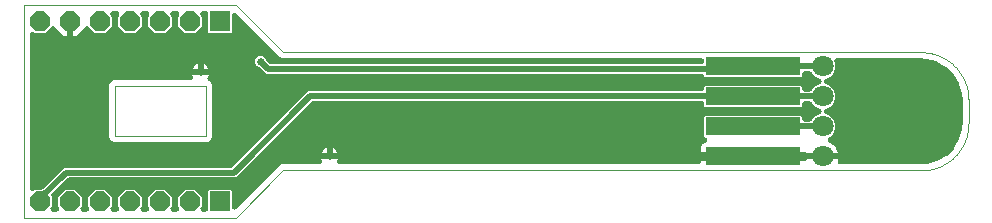
<source format=gtl>
G04 EAGLE Gerber RS-274X export*
G75*
%MOMM*%
%FSLAX34Y34*%
%LPD*%
%INTop Layer*%
%IPPOS*%
%AMOC8*
5,1,8,0,0,1.08239X$1,22.5*%
G01*
%ADD10C,0.000000*%
%ADD11R,8.000000X1.500000*%
%ADD12R,1.676400X1.676400*%
%ADD13P,1.814519X8X292.500000*%
%ADD14C,1.800000*%
%ADD15C,0.508000*%
%ADD16C,0.152400*%
%ADD17C,0.654800*%

G36*
X27908Y5092D02*
X27908Y5092D01*
X28038Y5094D01*
X28132Y5112D01*
X28227Y5121D01*
X28353Y5155D01*
X28480Y5180D01*
X28570Y5214D01*
X28662Y5239D01*
X28779Y5295D01*
X28900Y5342D01*
X28982Y5392D01*
X29068Y5433D01*
X29174Y5508D01*
X29285Y5576D01*
X29357Y5639D01*
X29434Y5695D01*
X29525Y5788D01*
X29622Y5874D01*
X29682Y5949D01*
X29748Y6017D01*
X29821Y6125D01*
X29902Y6227D01*
X29947Y6311D01*
X30000Y6390D01*
X30053Y6509D01*
X30115Y6624D01*
X30144Y6715D01*
X30183Y6802D01*
X30214Y6929D01*
X30254Y7052D01*
X30267Y7147D01*
X30289Y7240D01*
X30297Y7369D01*
X30315Y7498D01*
X30311Y7594D01*
X30317Y7689D01*
X30302Y7818D01*
X30297Y7948D01*
X30276Y8041D01*
X30265Y8136D01*
X30227Y8261D01*
X30199Y8388D01*
X30162Y8476D01*
X30135Y8567D01*
X30076Y8683D01*
X30026Y8803D01*
X29974Y8883D01*
X29930Y8969D01*
X29852Y9072D01*
X29781Y9181D01*
X29695Y9279D01*
X29658Y9327D01*
X29625Y9358D01*
X29574Y9416D01*
X29293Y9697D01*
X29293Y17903D01*
X35097Y23707D01*
X43303Y23707D01*
X49107Y17903D01*
X49107Y9697D01*
X48826Y9416D01*
X48742Y9316D01*
X48652Y9223D01*
X48598Y9143D01*
X48537Y9070D01*
X48472Y8957D01*
X48400Y8850D01*
X48361Y8762D01*
X48313Y8679D01*
X48270Y8557D01*
X48217Y8438D01*
X48195Y8345D01*
X48163Y8255D01*
X48141Y8127D01*
X48111Y8000D01*
X48105Y7905D01*
X48089Y7811D01*
X48091Y7681D01*
X48083Y7551D01*
X48094Y7456D01*
X48095Y7361D01*
X48120Y7233D01*
X48135Y7104D01*
X48163Y7012D01*
X48181Y6918D01*
X48228Y6797D01*
X48265Y6673D01*
X48309Y6587D01*
X48343Y6498D01*
X48411Y6387D01*
X48470Y6271D01*
X48527Y6195D01*
X48577Y6114D01*
X48663Y6016D01*
X48742Y5913D01*
X48812Y5848D01*
X48875Y5776D01*
X48977Y5696D01*
X49073Y5607D01*
X49153Y5556D01*
X49228Y5497D01*
X49343Y5435D01*
X49453Y5366D01*
X49541Y5329D01*
X49625Y5284D01*
X49749Y5244D01*
X49869Y5195D01*
X49963Y5175D01*
X50053Y5145D01*
X50182Y5127D01*
X50309Y5100D01*
X50439Y5092D01*
X50499Y5084D01*
X50544Y5085D01*
X50621Y5081D01*
X53179Y5081D01*
X53308Y5092D01*
X53438Y5094D01*
X53532Y5112D01*
X53627Y5121D01*
X53753Y5155D01*
X53880Y5180D01*
X53970Y5214D01*
X54062Y5239D01*
X54179Y5295D01*
X54300Y5342D01*
X54382Y5392D01*
X54468Y5433D01*
X54574Y5508D01*
X54685Y5576D01*
X54757Y5639D01*
X54834Y5695D01*
X54925Y5788D01*
X55022Y5874D01*
X55082Y5949D01*
X55148Y6017D01*
X55221Y6125D01*
X55302Y6227D01*
X55347Y6311D01*
X55400Y6390D01*
X55453Y6509D01*
X55515Y6624D01*
X55544Y6715D01*
X55583Y6802D01*
X55614Y6929D01*
X55654Y7052D01*
X55667Y7147D01*
X55689Y7240D01*
X55697Y7369D01*
X55715Y7498D01*
X55711Y7594D01*
X55717Y7689D01*
X55702Y7818D01*
X55697Y7948D01*
X55676Y8041D01*
X55665Y8136D01*
X55627Y8261D01*
X55599Y8388D01*
X55562Y8476D01*
X55535Y8567D01*
X55476Y8683D01*
X55426Y8803D01*
X55374Y8883D01*
X55330Y8969D01*
X55252Y9072D01*
X55181Y9181D01*
X55095Y9279D01*
X55058Y9327D01*
X55025Y9358D01*
X54974Y9416D01*
X54693Y9697D01*
X54693Y17903D01*
X60497Y23707D01*
X68703Y23707D01*
X74507Y17903D01*
X74507Y9697D01*
X74226Y9416D01*
X74142Y9316D01*
X74052Y9223D01*
X73998Y9143D01*
X73937Y9070D01*
X73872Y8957D01*
X73800Y8850D01*
X73761Y8762D01*
X73713Y8679D01*
X73670Y8557D01*
X73617Y8438D01*
X73595Y8345D01*
X73563Y8255D01*
X73541Y8127D01*
X73511Y8000D01*
X73505Y7905D01*
X73489Y7811D01*
X73491Y7681D01*
X73483Y7551D01*
X73494Y7456D01*
X73495Y7361D01*
X73520Y7233D01*
X73535Y7104D01*
X73563Y7012D01*
X73581Y6918D01*
X73628Y6797D01*
X73665Y6673D01*
X73709Y6587D01*
X73743Y6498D01*
X73811Y6387D01*
X73870Y6271D01*
X73927Y6195D01*
X73977Y6114D01*
X74063Y6016D01*
X74142Y5913D01*
X74212Y5848D01*
X74275Y5776D01*
X74377Y5696D01*
X74473Y5607D01*
X74553Y5556D01*
X74628Y5497D01*
X74743Y5435D01*
X74853Y5366D01*
X74941Y5329D01*
X75025Y5284D01*
X75149Y5244D01*
X75269Y5195D01*
X75363Y5175D01*
X75453Y5145D01*
X75582Y5127D01*
X75709Y5100D01*
X75839Y5092D01*
X75899Y5084D01*
X75944Y5085D01*
X76021Y5081D01*
X78579Y5081D01*
X78708Y5092D01*
X78838Y5094D01*
X78932Y5112D01*
X79027Y5121D01*
X79153Y5155D01*
X79280Y5180D01*
X79370Y5214D01*
X79462Y5239D01*
X79579Y5295D01*
X79700Y5342D01*
X79782Y5392D01*
X79868Y5433D01*
X79974Y5508D01*
X80085Y5576D01*
X80157Y5639D01*
X80234Y5695D01*
X80325Y5788D01*
X80422Y5874D01*
X80482Y5949D01*
X80548Y6017D01*
X80621Y6125D01*
X80702Y6227D01*
X80747Y6311D01*
X80800Y6390D01*
X80853Y6509D01*
X80915Y6624D01*
X80944Y6715D01*
X80983Y6802D01*
X81014Y6929D01*
X81054Y7052D01*
X81067Y7147D01*
X81089Y7240D01*
X81097Y7369D01*
X81115Y7498D01*
X81111Y7594D01*
X81117Y7689D01*
X81102Y7818D01*
X81097Y7948D01*
X81076Y8041D01*
X81065Y8136D01*
X81027Y8261D01*
X80999Y8388D01*
X80962Y8476D01*
X80935Y8567D01*
X80876Y8683D01*
X80826Y8803D01*
X80774Y8883D01*
X80730Y8969D01*
X80652Y9072D01*
X80581Y9181D01*
X80495Y9279D01*
X80458Y9327D01*
X80425Y9358D01*
X80374Y9416D01*
X80093Y9697D01*
X80093Y17903D01*
X85897Y23707D01*
X94103Y23707D01*
X99907Y17903D01*
X99907Y9697D01*
X99626Y9416D01*
X99542Y9316D01*
X99452Y9223D01*
X99398Y9143D01*
X99337Y9070D01*
X99272Y8957D01*
X99200Y8850D01*
X99161Y8762D01*
X99113Y8679D01*
X99070Y8557D01*
X99017Y8438D01*
X98995Y8345D01*
X98963Y8255D01*
X98941Y8127D01*
X98911Y8000D01*
X98905Y7905D01*
X98889Y7811D01*
X98891Y7681D01*
X98883Y7551D01*
X98894Y7456D01*
X98895Y7361D01*
X98920Y7233D01*
X98935Y7104D01*
X98963Y7012D01*
X98981Y6918D01*
X99028Y6797D01*
X99065Y6673D01*
X99109Y6587D01*
X99143Y6498D01*
X99211Y6387D01*
X99270Y6271D01*
X99327Y6195D01*
X99377Y6114D01*
X99463Y6016D01*
X99542Y5913D01*
X99612Y5848D01*
X99675Y5776D01*
X99777Y5696D01*
X99873Y5607D01*
X99953Y5556D01*
X100028Y5497D01*
X100143Y5435D01*
X100253Y5366D01*
X100341Y5329D01*
X100425Y5284D01*
X100549Y5244D01*
X100669Y5195D01*
X100763Y5175D01*
X100853Y5145D01*
X100982Y5127D01*
X101109Y5100D01*
X101239Y5092D01*
X101299Y5084D01*
X101344Y5085D01*
X101421Y5081D01*
X103979Y5081D01*
X104108Y5092D01*
X104238Y5094D01*
X104332Y5112D01*
X104427Y5121D01*
X104553Y5155D01*
X104680Y5180D01*
X104770Y5214D01*
X104862Y5239D01*
X104979Y5295D01*
X105100Y5342D01*
X105182Y5392D01*
X105268Y5433D01*
X105374Y5508D01*
X105485Y5576D01*
X105557Y5639D01*
X105634Y5695D01*
X105725Y5788D01*
X105822Y5874D01*
X105882Y5949D01*
X105948Y6017D01*
X106021Y6125D01*
X106102Y6227D01*
X106147Y6311D01*
X106200Y6390D01*
X106253Y6509D01*
X106315Y6624D01*
X106344Y6715D01*
X106383Y6802D01*
X106414Y6929D01*
X106454Y7052D01*
X106467Y7147D01*
X106489Y7240D01*
X106497Y7369D01*
X106515Y7498D01*
X106511Y7594D01*
X106517Y7689D01*
X106502Y7818D01*
X106497Y7948D01*
X106476Y8041D01*
X106465Y8136D01*
X106427Y8261D01*
X106399Y8388D01*
X106362Y8476D01*
X106335Y8567D01*
X106276Y8683D01*
X106226Y8803D01*
X106174Y8883D01*
X106130Y8969D01*
X106052Y9072D01*
X105981Y9181D01*
X105895Y9279D01*
X105858Y9327D01*
X105825Y9358D01*
X105774Y9416D01*
X105493Y9697D01*
X105493Y17903D01*
X111297Y23707D01*
X119503Y23707D01*
X125307Y17903D01*
X125307Y9697D01*
X125026Y9416D01*
X124942Y9316D01*
X124852Y9223D01*
X124798Y9143D01*
X124737Y9070D01*
X124672Y8957D01*
X124600Y8850D01*
X124561Y8762D01*
X124513Y8679D01*
X124470Y8557D01*
X124417Y8438D01*
X124395Y8345D01*
X124363Y8255D01*
X124341Y8127D01*
X124311Y8000D01*
X124305Y7905D01*
X124289Y7811D01*
X124291Y7681D01*
X124283Y7551D01*
X124294Y7456D01*
X124295Y7361D01*
X124320Y7233D01*
X124335Y7104D01*
X124363Y7012D01*
X124381Y6918D01*
X124428Y6797D01*
X124465Y6673D01*
X124509Y6587D01*
X124543Y6498D01*
X124611Y6387D01*
X124670Y6271D01*
X124727Y6195D01*
X124777Y6114D01*
X124863Y6016D01*
X124942Y5913D01*
X125012Y5848D01*
X125075Y5776D01*
X125177Y5696D01*
X125273Y5607D01*
X125353Y5556D01*
X125428Y5497D01*
X125543Y5435D01*
X125653Y5366D01*
X125741Y5329D01*
X125825Y5284D01*
X125949Y5244D01*
X126069Y5195D01*
X126163Y5175D01*
X126253Y5145D01*
X126382Y5127D01*
X126509Y5100D01*
X126639Y5092D01*
X126699Y5084D01*
X126744Y5085D01*
X126821Y5081D01*
X129379Y5081D01*
X129508Y5092D01*
X129638Y5094D01*
X129732Y5112D01*
X129827Y5121D01*
X129953Y5155D01*
X130080Y5180D01*
X130170Y5214D01*
X130262Y5239D01*
X130379Y5295D01*
X130500Y5342D01*
X130582Y5392D01*
X130668Y5433D01*
X130774Y5508D01*
X130885Y5576D01*
X130957Y5639D01*
X131034Y5695D01*
X131125Y5788D01*
X131222Y5874D01*
X131282Y5949D01*
X131348Y6017D01*
X131421Y6125D01*
X131502Y6227D01*
X131547Y6311D01*
X131600Y6390D01*
X131653Y6509D01*
X131715Y6624D01*
X131744Y6715D01*
X131783Y6802D01*
X131814Y6929D01*
X131854Y7052D01*
X131867Y7147D01*
X131889Y7240D01*
X131897Y7369D01*
X131915Y7498D01*
X131911Y7594D01*
X131917Y7689D01*
X131902Y7818D01*
X131897Y7948D01*
X131876Y8041D01*
X131865Y8136D01*
X131827Y8261D01*
X131799Y8388D01*
X131762Y8476D01*
X131735Y8567D01*
X131676Y8683D01*
X131626Y8803D01*
X131574Y8883D01*
X131530Y8969D01*
X131452Y9072D01*
X131381Y9181D01*
X131295Y9279D01*
X131258Y9327D01*
X131225Y9358D01*
X131174Y9416D01*
X130893Y9697D01*
X130893Y17903D01*
X136697Y23707D01*
X144903Y23707D01*
X150707Y17903D01*
X150707Y9697D01*
X150426Y9416D01*
X150342Y9316D01*
X150252Y9223D01*
X150198Y9143D01*
X150137Y9070D01*
X150072Y8957D01*
X150000Y8850D01*
X149961Y8762D01*
X149913Y8679D01*
X149870Y8557D01*
X149817Y8438D01*
X149795Y8345D01*
X149763Y8255D01*
X149741Y8127D01*
X149711Y8000D01*
X149705Y7905D01*
X149689Y7811D01*
X149691Y7681D01*
X149683Y7551D01*
X149694Y7456D01*
X149695Y7361D01*
X149720Y7233D01*
X149735Y7104D01*
X149763Y7012D01*
X149781Y6918D01*
X149828Y6797D01*
X149865Y6673D01*
X149909Y6587D01*
X149943Y6498D01*
X150011Y6387D01*
X150070Y6271D01*
X150127Y6195D01*
X150177Y6114D01*
X150263Y6016D01*
X150342Y5913D01*
X150412Y5848D01*
X150475Y5776D01*
X150577Y5696D01*
X150673Y5607D01*
X150753Y5556D01*
X150828Y5497D01*
X150943Y5435D01*
X151053Y5366D01*
X151141Y5329D01*
X151225Y5284D01*
X151349Y5244D01*
X151469Y5195D01*
X151563Y5175D01*
X151653Y5145D01*
X151782Y5127D01*
X151909Y5100D01*
X152039Y5092D01*
X152099Y5084D01*
X152144Y5085D01*
X152221Y5081D01*
X153754Y5081D01*
X153789Y5084D01*
X153823Y5082D01*
X154012Y5104D01*
X154203Y5121D01*
X154236Y5130D01*
X154270Y5134D01*
X154453Y5189D01*
X154637Y5239D01*
X154668Y5254D01*
X154701Y5264D01*
X154872Y5351D01*
X155044Y5433D01*
X155072Y5453D01*
X155103Y5468D01*
X155255Y5584D01*
X155410Y5695D01*
X155434Y5720D01*
X155461Y5740D01*
X155590Y5880D01*
X155724Y6017D01*
X155743Y6046D01*
X155767Y6072D01*
X155869Y6233D01*
X155976Y6390D01*
X155990Y6422D01*
X156008Y6451D01*
X156081Y6628D01*
X156158Y6802D01*
X156166Y6836D01*
X156179Y6868D01*
X156219Y7055D01*
X156265Y7240D01*
X156267Y7274D01*
X156274Y7308D01*
X156293Y7620D01*
X156293Y22814D01*
X157186Y23707D01*
X175214Y23707D01*
X176107Y22814D01*
X176107Y9422D01*
X176118Y9293D01*
X176120Y9163D01*
X176138Y9069D01*
X176147Y8974D01*
X176181Y8848D01*
X176206Y8721D01*
X176240Y8631D01*
X176265Y8539D01*
X176321Y8422D01*
X176368Y8301D01*
X176418Y8219D01*
X176459Y8133D01*
X176534Y8027D01*
X176602Y7916D01*
X176665Y7844D01*
X176721Y7767D01*
X176814Y7676D01*
X176900Y7579D01*
X176975Y7519D01*
X177043Y7453D01*
X177151Y7380D01*
X177253Y7299D01*
X177337Y7254D01*
X177416Y7201D01*
X177535Y7148D01*
X177650Y7087D01*
X177741Y7057D01*
X177828Y7018D01*
X177955Y6987D01*
X178078Y6947D01*
X178173Y6934D01*
X178266Y6912D01*
X178395Y6904D01*
X178524Y6886D01*
X178620Y6890D01*
X178715Y6884D01*
X178844Y6899D01*
X178974Y6904D01*
X179067Y6925D01*
X179162Y6936D01*
X179287Y6974D01*
X179414Y7002D01*
X179502Y7039D01*
X179593Y7066D01*
X179709Y7125D01*
X179829Y7175D01*
X179910Y7227D01*
X179995Y7271D01*
X180098Y7349D01*
X180207Y7420D01*
X180305Y7506D01*
X180353Y7543D01*
X180384Y7576D01*
X180442Y7627D01*
X217122Y44307D01*
X218989Y45081D01*
X250231Y45081D01*
X250314Y45088D01*
X250396Y45086D01*
X250537Y45108D01*
X250680Y45121D01*
X250760Y45142D01*
X250841Y45155D01*
X250976Y45201D01*
X251114Y45239D01*
X251189Y45275D01*
X251267Y45301D01*
X251392Y45371D01*
X251521Y45433D01*
X251588Y45480D01*
X251660Y45521D01*
X251771Y45611D01*
X251887Y45695D01*
X251945Y45754D01*
X252008Y45806D01*
X252101Y45915D01*
X252201Y46017D01*
X252247Y46086D01*
X252301Y46148D01*
X252373Y46272D01*
X252453Y46390D01*
X252486Y46466D01*
X252528Y46537D01*
X252577Y46671D01*
X252635Y46802D01*
X252655Y46882D01*
X252683Y46960D01*
X252708Y47101D01*
X252742Y47240D01*
X252747Y47322D01*
X252761Y47403D01*
X252761Y47546D01*
X252770Y47689D01*
X252760Y47771D01*
X252760Y47853D01*
X252734Y47994D01*
X252718Y48136D01*
X252694Y48215D01*
X252679Y48296D01*
X252599Y48529D01*
X252587Y48567D01*
X252582Y48577D01*
X252577Y48592D01*
X252188Y49531D01*
X259080Y49531D01*
X265972Y49531D01*
X265583Y48592D01*
X265558Y48513D01*
X265525Y48438D01*
X265491Y48299D01*
X265448Y48162D01*
X265437Y48080D01*
X265418Y48000D01*
X265409Y47858D01*
X265391Y47715D01*
X265395Y47633D01*
X265390Y47551D01*
X265407Y47409D01*
X265414Y47266D01*
X265433Y47186D01*
X265442Y47104D01*
X265484Y46967D01*
X265516Y46827D01*
X265549Y46752D01*
X265573Y46673D01*
X265638Y46545D01*
X265694Y46414D01*
X265740Y46345D01*
X265777Y46271D01*
X265863Y46157D01*
X265942Y46038D01*
X265999Y45978D01*
X266049Y45913D01*
X266154Y45816D01*
X266253Y45712D01*
X266319Y45663D01*
X266380Y45607D01*
X266501Y45530D01*
X266616Y45446D01*
X266690Y45410D01*
X266760Y45366D01*
X266893Y45311D01*
X267021Y45248D01*
X267100Y45226D01*
X267176Y45195D01*
X267316Y45165D01*
X267454Y45125D01*
X267536Y45117D01*
X267617Y45100D01*
X267863Y45085D01*
X267902Y45081D01*
X267913Y45082D01*
X267929Y45081D01*
X571196Y45081D01*
X571231Y45084D01*
X571265Y45082D01*
X571454Y45104D01*
X571645Y45121D01*
X571678Y45130D01*
X571712Y45134D01*
X571895Y45189D01*
X572079Y45239D01*
X572110Y45254D01*
X572143Y45264D01*
X572314Y45351D01*
X572486Y45433D01*
X572514Y45453D01*
X572545Y45468D01*
X572697Y45584D01*
X572852Y45695D01*
X572876Y45720D01*
X572903Y45740D01*
X573032Y45880D01*
X573166Y46017D01*
X573185Y46046D01*
X573209Y46072D01*
X573311Y46233D01*
X573418Y46390D01*
X573432Y46422D01*
X573450Y46451D01*
X573523Y46628D01*
X573600Y46802D01*
X573608Y46836D01*
X573621Y46868D01*
X573661Y47055D01*
X573707Y47240D01*
X573709Y47274D01*
X573716Y47308D01*
X573735Y47620D01*
X573735Y48151D01*
X616590Y48151D01*
X616624Y48154D01*
X616659Y48152D01*
X616848Y48174D01*
X617038Y48191D01*
X617072Y48200D01*
X617106Y48204D01*
X617289Y48259D01*
X617473Y48309D01*
X617504Y48324D01*
X617537Y48334D01*
X617708Y48421D01*
X617794Y48462D01*
X617812Y48454D01*
X617842Y48436D01*
X618018Y48363D01*
X618192Y48286D01*
X618226Y48278D01*
X618258Y48265D01*
X618445Y48224D01*
X618630Y48179D01*
X618664Y48177D01*
X618698Y48170D01*
X619010Y48151D01*
X660996Y48151D01*
X661031Y48154D01*
X661065Y48152D01*
X661254Y48174D01*
X661445Y48191D01*
X661478Y48200D01*
X661512Y48204D01*
X661695Y48259D01*
X661879Y48309D01*
X661910Y48324D01*
X661943Y48334D01*
X662114Y48421D01*
X662286Y48503D01*
X662314Y48523D01*
X662345Y48538D01*
X662496Y48654D01*
X662652Y48765D01*
X662676Y48790D01*
X662703Y48810D01*
X662832Y48950D01*
X662966Y49087D01*
X662985Y49116D01*
X663009Y49142D01*
X663084Y49261D01*
X676600Y49261D01*
X689425Y49261D01*
X689343Y48741D01*
X689234Y48405D01*
X689187Y48201D01*
X689138Y48000D01*
X689137Y47983D01*
X689133Y47966D01*
X689123Y47758D01*
X689111Y47551D01*
X689113Y47534D01*
X689112Y47516D01*
X689138Y47311D01*
X689163Y47104D01*
X689168Y47087D01*
X689170Y47070D01*
X689232Y46873D01*
X689293Y46673D01*
X689301Y46657D01*
X689306Y46640D01*
X689403Y46456D01*
X689497Y46271D01*
X689508Y46258D01*
X689516Y46242D01*
X689644Y46078D01*
X689769Y45913D01*
X689782Y45901D01*
X689793Y45887D01*
X689947Y45748D01*
X690100Y45607D01*
X690115Y45598D01*
X690128Y45586D01*
X690305Y45477D01*
X690480Y45366D01*
X690496Y45359D01*
X690511Y45350D01*
X690705Y45273D01*
X690897Y45195D01*
X690914Y45191D01*
X690930Y45185D01*
X691133Y45144D01*
X691337Y45100D01*
X691358Y45099D01*
X691372Y45096D01*
X691418Y45095D01*
X691649Y45081D01*
X760000Y45081D01*
X760056Y45086D01*
X760166Y45086D01*
X764393Y45363D01*
X764484Y45378D01*
X764577Y45382D01*
X764783Y45424D01*
X764837Y45432D01*
X764856Y45439D01*
X764884Y45444D01*
X773048Y47632D01*
X773214Y47692D01*
X773381Y47746D01*
X773436Y47774D01*
X773471Y47787D01*
X773526Y47818D01*
X773661Y47886D01*
X780981Y52112D01*
X781125Y52213D01*
X781273Y52309D01*
X781319Y52349D01*
X781350Y52371D01*
X781394Y52416D01*
X781507Y52516D01*
X787484Y58493D01*
X787597Y58628D01*
X787715Y58758D01*
X787749Y58809D01*
X787773Y58838D01*
X787805Y58893D01*
X787888Y59019D01*
X792114Y66339D01*
X792188Y66498D01*
X792269Y66655D01*
X792288Y66714D01*
X792304Y66747D01*
X792320Y66808D01*
X792368Y66951D01*
X794556Y75116D01*
X794572Y75208D01*
X794597Y75297D01*
X794624Y75507D01*
X794633Y75560D01*
X794633Y75579D01*
X794637Y75607D01*
X794914Y79834D01*
X794913Y79890D01*
X794919Y80000D01*
X794919Y100000D01*
X794914Y100056D01*
X794914Y100166D01*
X794637Y104393D01*
X794622Y104484D01*
X794618Y104577D01*
X794576Y104783D01*
X794568Y104837D01*
X794561Y104856D01*
X794556Y104884D01*
X792368Y113048D01*
X792308Y113214D01*
X792254Y113381D01*
X792226Y113436D01*
X792213Y113471D01*
X792182Y113526D01*
X792114Y113661D01*
X787888Y120981D01*
X787787Y121125D01*
X787691Y121273D01*
X787651Y121319D01*
X787629Y121350D01*
X787584Y121394D01*
X787484Y121507D01*
X781507Y127484D01*
X781372Y127597D01*
X781242Y127715D01*
X781191Y127749D01*
X781162Y127773D01*
X781107Y127805D01*
X780981Y127888D01*
X773661Y132114D01*
X773502Y132188D01*
X773345Y132269D01*
X773286Y132288D01*
X773253Y132304D01*
X773192Y132320D01*
X773048Y132368D01*
X764884Y134556D01*
X764792Y134572D01*
X764702Y134597D01*
X764493Y134624D01*
X764440Y134633D01*
X764421Y134633D01*
X764393Y134637D01*
X760166Y134914D01*
X760110Y134913D01*
X760000Y134919D01*
X688926Y134919D01*
X688844Y134912D01*
X688762Y134914D01*
X688621Y134892D01*
X688478Y134879D01*
X688398Y134858D01*
X688317Y134845D01*
X688181Y134799D01*
X688043Y134761D01*
X687969Y134726D01*
X687891Y134699D01*
X687766Y134629D01*
X687637Y134567D01*
X687570Y134520D01*
X687498Y134479D01*
X687387Y134389D01*
X687270Y134305D01*
X687213Y134246D01*
X687149Y134194D01*
X687056Y134085D01*
X686956Y133983D01*
X686910Y133914D01*
X686857Y133852D01*
X686785Y133728D01*
X686704Y133610D01*
X686671Y133534D01*
X686629Y133463D01*
X686580Y133329D01*
X686522Y133198D01*
X686503Y133118D01*
X686474Y133040D01*
X686449Y132899D01*
X686415Y132760D01*
X686410Y132678D01*
X686396Y132597D01*
X686397Y132454D01*
X686388Y132311D01*
X686397Y132229D01*
X686398Y132147D01*
X686423Y132006D01*
X686440Y131864D01*
X686464Y131785D01*
X686479Y131704D01*
X686559Y131471D01*
X686570Y131433D01*
X686575Y131423D01*
X686580Y131408D01*
X687125Y130094D01*
X687125Y125906D01*
X685522Y122038D01*
X682562Y119078D01*
X679106Y117646D01*
X678990Y117586D01*
X678871Y117534D01*
X678791Y117482D01*
X678707Y117437D01*
X678604Y117358D01*
X678495Y117286D01*
X678426Y117220D01*
X678351Y117162D01*
X678263Y117065D01*
X678169Y116976D01*
X678113Y116898D01*
X678049Y116827D01*
X677980Y116717D01*
X677903Y116612D01*
X677861Y116526D01*
X677811Y116445D01*
X677763Y116324D01*
X677706Y116208D01*
X677680Y116116D01*
X677644Y116027D01*
X677618Y115899D01*
X677583Y115774D01*
X677573Y115679D01*
X677554Y115586D01*
X677551Y115456D01*
X677538Y115326D01*
X677546Y115231D01*
X677543Y115136D01*
X677563Y115007D01*
X677573Y114877D01*
X677598Y114785D01*
X677612Y114691D01*
X677655Y114567D01*
X677687Y114442D01*
X677728Y114355D01*
X677759Y114265D01*
X677822Y114151D01*
X677877Y114033D01*
X677931Y113955D01*
X677978Y113872D01*
X678060Y113771D01*
X678135Y113664D01*
X678203Y113597D01*
X678263Y113523D01*
X678362Y113439D01*
X678454Y113347D01*
X678533Y113293D01*
X678606Y113231D01*
X678718Y113165D01*
X678825Y113091D01*
X678942Y113034D01*
X678994Y113003D01*
X679036Y112988D01*
X679106Y112954D01*
X682562Y111522D01*
X685522Y108562D01*
X687125Y104694D01*
X687125Y100506D01*
X685522Y96638D01*
X682562Y93678D01*
X679106Y92246D01*
X678990Y92186D01*
X678871Y92134D01*
X678791Y92082D01*
X678706Y92037D01*
X678604Y91958D01*
X678495Y91886D01*
X678426Y91820D01*
X678351Y91762D01*
X678263Y91665D01*
X678169Y91575D01*
X678113Y91498D01*
X678049Y91427D01*
X677980Y91317D01*
X677903Y91212D01*
X677861Y91126D01*
X677811Y91045D01*
X677763Y90924D01*
X677706Y90808D01*
X677680Y90716D01*
X677644Y90627D01*
X677618Y90499D01*
X677583Y90374D01*
X677573Y90279D01*
X677554Y90186D01*
X677551Y90056D01*
X677538Y89926D01*
X677546Y89831D01*
X677543Y89736D01*
X677563Y89607D01*
X677573Y89477D01*
X677598Y89385D01*
X677612Y89291D01*
X677655Y89168D01*
X677687Y89042D01*
X677728Y88955D01*
X677759Y88865D01*
X677822Y88751D01*
X677877Y88633D01*
X677931Y88555D01*
X677978Y88472D01*
X678060Y88371D01*
X678135Y88264D01*
X678203Y88197D01*
X678263Y88123D01*
X678362Y88039D01*
X678454Y87947D01*
X678533Y87893D01*
X678606Y87831D01*
X678718Y87765D01*
X678825Y87691D01*
X678942Y87634D01*
X678994Y87603D01*
X679036Y87588D01*
X679106Y87554D01*
X682562Y86122D01*
X685522Y83162D01*
X687125Y79294D01*
X687125Y75106D01*
X685522Y71238D01*
X682562Y68278D01*
X682398Y68210D01*
X682371Y68196D01*
X682342Y68186D01*
X682172Y68092D01*
X681999Y68001D01*
X681974Y67982D01*
X681948Y67968D01*
X681797Y67845D01*
X681643Y67725D01*
X681622Y67703D01*
X681599Y67684D01*
X681471Y67536D01*
X681341Y67391D01*
X681325Y67365D01*
X681305Y67342D01*
X681206Y67174D01*
X681103Y67009D01*
X681092Y66981D01*
X681076Y66954D01*
X681008Y66771D01*
X680936Y66591D01*
X680930Y66561D01*
X680920Y66532D01*
X680885Y66341D01*
X680846Y66149D01*
X680845Y66119D01*
X680840Y66089D01*
X680840Y65895D01*
X680835Y65699D01*
X680840Y65669D01*
X680840Y65639D01*
X680874Y65447D01*
X680904Y65254D01*
X680914Y65226D01*
X680920Y65196D01*
X680987Y65013D01*
X681051Y64828D01*
X681065Y64802D01*
X681076Y64773D01*
X681175Y64605D01*
X681270Y64435D01*
X681289Y64412D01*
X681305Y64386D01*
X681432Y64237D01*
X681555Y64087D01*
X681578Y64067D01*
X681598Y64044D01*
X681750Y63921D01*
X681898Y63794D01*
X681924Y63779D01*
X681947Y63760D01*
X682217Y63601D01*
X683448Y62974D01*
X685111Y61765D01*
X686565Y60311D01*
X687774Y58648D01*
X688708Y56815D01*
X689343Y54859D01*
X689425Y54339D01*
X676600Y54339D01*
X663222Y54339D01*
X663170Y54443D01*
X663165Y54451D01*
X663161Y54459D01*
X663030Y54631D01*
X662900Y54804D01*
X662894Y54810D01*
X662889Y54817D01*
X662728Y54966D01*
X662571Y55112D01*
X662564Y55116D01*
X662557Y55123D01*
X662373Y55240D01*
X662193Y55356D01*
X662185Y55360D01*
X662178Y55364D01*
X661978Y55446D01*
X661778Y55530D01*
X661769Y55532D01*
X661761Y55535D01*
X661550Y55581D01*
X661339Y55628D01*
X661330Y55628D01*
X661321Y55630D01*
X661009Y55649D01*
X619010Y55649D01*
X618976Y55646D01*
X618941Y55648D01*
X618752Y55626D01*
X618562Y55609D01*
X618528Y55600D01*
X618494Y55596D01*
X618311Y55541D01*
X618127Y55491D01*
X618096Y55476D01*
X618063Y55466D01*
X617892Y55379D01*
X617806Y55338D01*
X617788Y55346D01*
X617758Y55364D01*
X617582Y55437D01*
X617408Y55514D01*
X617374Y55522D01*
X617342Y55535D01*
X617155Y55575D01*
X616970Y55621D01*
X616936Y55623D01*
X616902Y55630D01*
X616590Y55649D01*
X573735Y55649D01*
X573735Y59800D01*
X573891Y60586D01*
X574198Y61325D01*
X574643Y61991D01*
X575209Y62557D01*
X575875Y63002D01*
X576657Y63326D01*
X576662Y63328D01*
X576766Y63348D01*
X576877Y63391D01*
X576992Y63424D01*
X577087Y63472D01*
X577186Y63510D01*
X577288Y63572D01*
X577395Y63625D01*
X577480Y63689D01*
X577571Y63744D01*
X577660Y63823D01*
X577756Y63894D01*
X577829Y63972D01*
X577908Y64042D01*
X577982Y64135D01*
X578064Y64223D01*
X578122Y64312D01*
X578188Y64395D01*
X578244Y64500D01*
X578309Y64600D01*
X578350Y64698D01*
X578400Y64792D01*
X578437Y64905D01*
X578483Y65015D01*
X578507Y65119D01*
X578539Y65220D01*
X578556Y65338D01*
X578582Y65455D01*
X578586Y65561D01*
X578601Y65666D01*
X578596Y65786D01*
X578601Y65905D01*
X578587Y66010D01*
X578582Y66116D01*
X578557Y66233D01*
X578541Y66351D01*
X578508Y66452D01*
X578485Y66556D01*
X578439Y66666D01*
X578402Y66779D01*
X578352Y66873D01*
X578311Y66971D01*
X578246Y67072D01*
X578191Y67177D01*
X578125Y67260D01*
X578067Y67350D01*
X577950Y67482D01*
X577912Y67530D01*
X577890Y67549D01*
X577860Y67584D01*
X576275Y69168D01*
X576275Y85432D01*
X577168Y86325D01*
X658432Y86325D01*
X659325Y85432D01*
X659325Y83829D01*
X659328Y83797D01*
X659326Y83764D01*
X659348Y83572D01*
X659365Y83381D01*
X659373Y83349D01*
X659377Y83317D01*
X659432Y83132D01*
X659483Y82946D01*
X659497Y82917D01*
X659506Y82886D01*
X659594Y82713D01*
X659677Y82540D01*
X659695Y82513D01*
X659710Y82484D01*
X659826Y82330D01*
X659939Y82173D01*
X659962Y82151D01*
X659982Y82125D01*
X660123Y81994D01*
X660261Y81859D01*
X660288Y81841D01*
X660312Y81819D01*
X660474Y81715D01*
X660634Y81607D01*
X660664Y81594D01*
X660692Y81577D01*
X660869Y81503D01*
X661046Y81425D01*
X661078Y81417D01*
X661108Y81405D01*
X661297Y81364D01*
X661484Y81318D01*
X661516Y81316D01*
X661548Y81310D01*
X661860Y81290D01*
X665199Y81284D01*
X665412Y81303D01*
X665626Y81320D01*
X665636Y81322D01*
X665647Y81323D01*
X665854Y81379D01*
X666061Y81434D01*
X666071Y81438D01*
X666082Y81441D01*
X666276Y81533D01*
X666470Y81623D01*
X666479Y81629D01*
X666489Y81634D01*
X666664Y81759D01*
X666839Y81881D01*
X666846Y81889D01*
X666855Y81895D01*
X667006Y82049D01*
X667156Y82200D01*
X667162Y82209D01*
X667170Y82217D01*
X667291Y82396D01*
X667412Y82571D01*
X667418Y82583D01*
X667423Y82590D01*
X667437Y82622D01*
X667549Y82852D01*
X667678Y83162D01*
X670638Y86122D01*
X674094Y87554D01*
X674210Y87614D01*
X674329Y87666D01*
X674409Y87718D01*
X674493Y87763D01*
X674596Y87842D01*
X674705Y87914D01*
X674774Y87980D01*
X674849Y88038D01*
X674937Y88135D01*
X675031Y88224D01*
X675087Y88302D01*
X675151Y88373D01*
X675220Y88483D01*
X675297Y88588D01*
X675339Y88674D01*
X675389Y88755D01*
X675437Y88876D01*
X675494Y88992D01*
X675520Y89084D01*
X675556Y89173D01*
X675582Y89301D01*
X675617Y89426D01*
X675627Y89521D01*
X675646Y89614D01*
X675649Y89744D01*
X675662Y89874D01*
X675654Y89969D01*
X675657Y90064D01*
X675637Y90193D01*
X675627Y90323D01*
X675602Y90415D01*
X675588Y90509D01*
X675545Y90633D01*
X675513Y90758D01*
X675472Y90845D01*
X675441Y90935D01*
X675378Y91049D01*
X675323Y91167D01*
X675269Y91245D01*
X675222Y91328D01*
X675140Y91429D01*
X675065Y91536D01*
X674997Y91603D01*
X674937Y91677D01*
X674838Y91761D01*
X674746Y91853D01*
X674667Y91907D01*
X674594Y91969D01*
X674482Y92035D01*
X674375Y92109D01*
X674258Y92166D01*
X674206Y92197D01*
X674164Y92212D01*
X674094Y92246D01*
X670638Y93678D01*
X667678Y96638D01*
X667533Y96987D01*
X667436Y97173D01*
X667341Y97360D01*
X667332Y97372D01*
X667325Y97386D01*
X667196Y97552D01*
X667070Y97720D01*
X667058Y97730D01*
X667049Y97742D01*
X666893Y97883D01*
X666739Y98025D01*
X666726Y98034D01*
X666715Y98044D01*
X666535Y98155D01*
X666360Y98268D01*
X666345Y98274D01*
X666332Y98282D01*
X666137Y98360D01*
X665943Y98439D01*
X665928Y98443D01*
X665914Y98448D01*
X665709Y98490D01*
X665503Y98535D01*
X665485Y98536D01*
X665473Y98539D01*
X665430Y98540D01*
X665191Y98555D01*
X661868Y98560D01*
X661832Y98557D01*
X661795Y98559D01*
X661608Y98538D01*
X661420Y98521D01*
X661384Y98512D01*
X661348Y98507D01*
X661167Y98453D01*
X660985Y98403D01*
X660952Y98388D01*
X660917Y98377D01*
X660749Y98291D01*
X660578Y98211D01*
X660548Y98189D01*
X660515Y98173D01*
X660365Y98059D01*
X660212Y97949D01*
X660186Y97923D01*
X660157Y97901D01*
X660029Y97762D01*
X659897Y97627D01*
X659876Y97597D01*
X659851Y97570D01*
X659750Y97410D01*
X659644Y97254D01*
X659629Y97221D01*
X659610Y97190D01*
X659538Y97015D01*
X659461Y96843D01*
X659453Y96807D01*
X659439Y96773D01*
X659399Y96588D01*
X659354Y96406D01*
X659352Y96369D01*
X659344Y96333D01*
X659325Y96021D01*
X659325Y94568D01*
X658432Y93675D01*
X577168Y93675D01*
X576275Y94568D01*
X576275Y96266D01*
X576272Y96301D01*
X576274Y96335D01*
X576252Y96524D01*
X576235Y96715D01*
X576226Y96748D01*
X576222Y96782D01*
X576167Y96965D01*
X576117Y97149D01*
X576102Y97180D01*
X576092Y97213D01*
X576005Y97384D01*
X575923Y97556D01*
X575903Y97584D01*
X575888Y97615D01*
X575772Y97767D01*
X575661Y97922D01*
X575636Y97946D01*
X575616Y97973D01*
X575476Y98102D01*
X575339Y98236D01*
X575310Y98255D01*
X575284Y98279D01*
X575123Y98381D01*
X574966Y98488D01*
X574934Y98502D01*
X574905Y98520D01*
X574728Y98593D01*
X574554Y98670D01*
X574520Y98678D01*
X574488Y98691D01*
X574301Y98731D01*
X574116Y98777D01*
X574082Y98779D01*
X574048Y98786D01*
X573736Y98805D01*
X245305Y98805D01*
X245142Y98791D01*
X244977Y98784D01*
X244918Y98771D01*
X244857Y98765D01*
X244698Y98722D01*
X244538Y98686D01*
X244481Y98663D01*
X244423Y98647D01*
X244274Y98576D01*
X244122Y98513D01*
X244071Y98480D01*
X244016Y98453D01*
X243882Y98358D01*
X243744Y98268D01*
X243686Y98217D01*
X243650Y98191D01*
X243607Y98148D01*
X243510Y98062D01*
X180102Y34654D01*
X178609Y34035D01*
X38295Y34035D01*
X38132Y34021D01*
X37967Y34014D01*
X37908Y34001D01*
X37847Y33995D01*
X37688Y33952D01*
X37528Y33916D01*
X37471Y33893D01*
X37413Y33877D01*
X37264Y33806D01*
X37112Y33743D01*
X37061Y33710D01*
X37006Y33683D01*
X36872Y33588D01*
X36734Y33498D01*
X36676Y33447D01*
X36640Y33421D01*
X36597Y33378D01*
X36500Y33292D01*
X24205Y20996D01*
X24183Y20970D01*
X24157Y20947D01*
X24038Y20798D01*
X23916Y20651D01*
X23899Y20621D01*
X23877Y20594D01*
X23787Y20426D01*
X23693Y20260D01*
X23681Y20227D01*
X23665Y20197D01*
X23606Y20015D01*
X23542Y19836D01*
X23536Y19802D01*
X23525Y19769D01*
X23499Y19580D01*
X23468Y19392D01*
X23469Y19357D01*
X23464Y19323D01*
X23472Y19132D01*
X23474Y18941D01*
X23481Y18907D01*
X23482Y18873D01*
X23524Y18687D01*
X23560Y18499D01*
X23572Y18467D01*
X23580Y18433D01*
X23653Y18257D01*
X23707Y18119D01*
X23707Y9697D01*
X23426Y9416D01*
X23342Y9316D01*
X23252Y9223D01*
X23198Y9143D01*
X23137Y9070D01*
X23072Y8957D01*
X23000Y8850D01*
X22961Y8762D01*
X22913Y8679D01*
X22870Y8557D01*
X22817Y8438D01*
X22795Y8345D01*
X22763Y8255D01*
X22741Y8127D01*
X22711Y8000D01*
X22705Y7905D01*
X22689Y7811D01*
X22691Y7681D01*
X22683Y7551D01*
X22694Y7456D01*
X22695Y7361D01*
X22720Y7233D01*
X22735Y7104D01*
X22763Y7012D01*
X22781Y6918D01*
X22828Y6797D01*
X22865Y6673D01*
X22909Y6587D01*
X22943Y6498D01*
X23011Y6387D01*
X23070Y6271D01*
X23127Y6195D01*
X23177Y6114D01*
X23263Y6016D01*
X23342Y5913D01*
X23412Y5848D01*
X23475Y5776D01*
X23577Y5696D01*
X23673Y5607D01*
X23753Y5556D01*
X23828Y5497D01*
X23943Y5435D01*
X24053Y5366D01*
X24141Y5329D01*
X24225Y5284D01*
X24349Y5244D01*
X24469Y5195D01*
X24563Y5175D01*
X24653Y5145D01*
X24782Y5127D01*
X24909Y5100D01*
X25039Y5092D01*
X25099Y5084D01*
X25144Y5085D01*
X25221Y5081D01*
X27779Y5081D01*
X27908Y5092D01*
G37*
G36*
X7818Y22698D02*
X7818Y22698D01*
X7948Y22703D01*
X8041Y22724D01*
X8136Y22735D01*
X8261Y22773D01*
X8388Y22801D01*
X8476Y22838D01*
X8567Y22865D01*
X8683Y22924D01*
X8803Y22974D01*
X8883Y23026D01*
X8969Y23070D01*
X9072Y23148D01*
X9181Y23219D01*
X9279Y23305D01*
X9327Y23342D01*
X9358Y23375D01*
X9416Y23426D01*
X9697Y23707D01*
X14367Y23707D01*
X14530Y23721D01*
X14695Y23728D01*
X14754Y23741D01*
X14815Y23747D01*
X14974Y23790D01*
X15134Y23826D01*
X15191Y23849D01*
X15249Y23865D01*
X15398Y23936D01*
X15550Y23999D01*
X15601Y24032D01*
X15656Y24059D01*
X15790Y24154D01*
X15928Y24244D01*
X15986Y24295D01*
X16022Y24321D01*
X16065Y24364D01*
X16162Y24450D01*
X33258Y41546D01*
X34751Y42165D01*
X175065Y42165D01*
X175228Y42179D01*
X175393Y42186D01*
X175452Y42199D01*
X175513Y42205D01*
X175672Y42248D01*
X175832Y42284D01*
X175889Y42307D01*
X175947Y42323D01*
X176096Y42394D01*
X176248Y42457D01*
X176299Y42490D01*
X176354Y42517D01*
X176488Y42612D01*
X176626Y42702D01*
X176684Y42753D01*
X176720Y42779D01*
X176763Y42822D01*
X176860Y42908D01*
X240268Y106316D01*
X241761Y106935D01*
X573736Y106935D01*
X573771Y106938D01*
X573805Y106936D01*
X573994Y106958D01*
X574185Y106975D01*
X574218Y106984D01*
X574252Y106988D01*
X574435Y107043D01*
X574619Y107093D01*
X574650Y107108D01*
X574683Y107118D01*
X574854Y107205D01*
X575026Y107287D01*
X575054Y107307D01*
X575085Y107322D01*
X575237Y107438D01*
X575392Y107549D01*
X575416Y107574D01*
X575443Y107594D01*
X575572Y107734D01*
X575706Y107871D01*
X575725Y107900D01*
X575749Y107926D01*
X575851Y108087D01*
X575958Y108244D01*
X575972Y108276D01*
X575990Y108305D01*
X576063Y108482D01*
X576140Y108656D01*
X576148Y108690D01*
X576161Y108722D01*
X576201Y108909D01*
X576247Y109094D01*
X576249Y109128D01*
X576256Y109162D01*
X576275Y109474D01*
X576275Y110832D01*
X577168Y111725D01*
X658432Y111725D01*
X659325Y110832D01*
X659325Y109229D01*
X659328Y109197D01*
X659326Y109164D01*
X659348Y108972D01*
X659365Y108781D01*
X659373Y108749D01*
X659377Y108717D01*
X659432Y108532D01*
X659483Y108346D01*
X659497Y108317D01*
X659506Y108286D01*
X659594Y108113D01*
X659677Y107940D01*
X659695Y107913D01*
X659710Y107884D01*
X659826Y107730D01*
X659939Y107573D01*
X659962Y107551D01*
X659982Y107525D01*
X660123Y107394D01*
X660261Y107259D01*
X660288Y107241D01*
X660312Y107219D01*
X660474Y107115D01*
X660634Y107007D01*
X660664Y106994D01*
X660692Y106977D01*
X660869Y106903D01*
X661046Y106825D01*
X661078Y106817D01*
X661108Y106805D01*
X661297Y106764D01*
X661484Y106718D01*
X661516Y106716D01*
X661548Y106710D01*
X661860Y106690D01*
X665199Y106684D01*
X665412Y106703D01*
X665626Y106720D01*
X665636Y106722D01*
X665647Y106723D01*
X665854Y106779D01*
X666061Y106834D01*
X666071Y106838D01*
X666082Y106841D01*
X666276Y106933D01*
X666470Y107023D01*
X666479Y107029D01*
X666489Y107034D01*
X666664Y107159D01*
X666839Y107281D01*
X666846Y107289D01*
X666855Y107295D01*
X667006Y107449D01*
X667156Y107600D01*
X667162Y107609D01*
X667170Y107617D01*
X667291Y107796D01*
X667412Y107971D01*
X667418Y107983D01*
X667423Y107990D01*
X667437Y108022D01*
X667549Y108252D01*
X667678Y108562D01*
X670638Y111522D01*
X674094Y112954D01*
X674210Y113014D01*
X674329Y113066D01*
X674409Y113118D01*
X674494Y113163D01*
X674596Y113242D01*
X674705Y113314D01*
X674774Y113380D01*
X674849Y113438D01*
X674937Y113535D01*
X675031Y113625D01*
X675087Y113702D01*
X675151Y113773D01*
X675220Y113883D01*
X675297Y113988D01*
X675339Y114074D01*
X675389Y114155D01*
X675437Y114276D01*
X675494Y114392D01*
X675520Y114484D01*
X675556Y114573D01*
X675582Y114701D01*
X675617Y114826D01*
X675627Y114921D01*
X675646Y115014D01*
X675649Y115144D01*
X675662Y115274D01*
X675654Y115369D01*
X675657Y115464D01*
X675637Y115593D01*
X675627Y115723D01*
X675602Y115815D01*
X675588Y115909D01*
X675545Y116032D01*
X675513Y116158D01*
X675472Y116245D01*
X675441Y116335D01*
X675378Y116449D01*
X675323Y116567D01*
X675269Y116645D01*
X675222Y116728D01*
X675140Y116829D01*
X675065Y116936D01*
X674997Y117003D01*
X674937Y117077D01*
X674838Y117161D01*
X674746Y117253D01*
X674667Y117307D01*
X674594Y117369D01*
X674482Y117435D01*
X674375Y117509D01*
X674258Y117566D01*
X674206Y117597D01*
X674164Y117612D01*
X674094Y117646D01*
X670638Y119078D01*
X667678Y122038D01*
X667541Y122368D01*
X667443Y122555D01*
X667347Y122745D01*
X667339Y122755D01*
X667333Y122767D01*
X667202Y122935D01*
X667075Y123103D01*
X667065Y123112D01*
X667057Y123123D01*
X666899Y123265D01*
X666744Y123409D01*
X666732Y123416D01*
X666723Y123424D01*
X666543Y123536D01*
X666364Y123650D01*
X666351Y123655D01*
X666340Y123662D01*
X666144Y123740D01*
X665947Y123821D01*
X665934Y123824D01*
X665922Y123829D01*
X665715Y123871D01*
X665507Y123916D01*
X665491Y123917D01*
X665481Y123919D01*
X665441Y123920D01*
X665195Y123935D01*
X661864Y123935D01*
X661829Y123932D01*
X661795Y123934D01*
X661606Y123912D01*
X661415Y123895D01*
X661382Y123886D01*
X661348Y123882D01*
X661165Y123827D01*
X660981Y123777D01*
X660950Y123762D01*
X660917Y123752D01*
X660746Y123665D01*
X660574Y123583D01*
X660546Y123563D01*
X660515Y123548D01*
X660363Y123432D01*
X660208Y123321D01*
X660184Y123296D01*
X660157Y123276D01*
X660028Y123136D01*
X659894Y122999D01*
X659875Y122970D01*
X659851Y122944D01*
X659749Y122783D01*
X659642Y122626D01*
X659628Y122594D01*
X659610Y122565D01*
X659537Y122388D01*
X659460Y122214D01*
X659452Y122180D01*
X659439Y122148D01*
X659398Y121961D01*
X659353Y121776D01*
X659351Y121742D01*
X659344Y121708D01*
X659325Y121396D01*
X659325Y119968D01*
X658432Y119075D01*
X577168Y119075D01*
X576011Y120233D01*
X576005Y120244D01*
X575923Y120416D01*
X575903Y120444D01*
X575888Y120475D01*
X575772Y120627D01*
X575661Y120782D01*
X575636Y120806D01*
X575616Y120833D01*
X575476Y120962D01*
X575339Y121096D01*
X575310Y121115D01*
X575284Y121139D01*
X575123Y121241D01*
X574966Y121348D01*
X574934Y121362D01*
X574905Y121380D01*
X574728Y121453D01*
X574554Y121530D01*
X574520Y121538D01*
X574488Y121551D01*
X574301Y121591D01*
X574116Y121637D01*
X574082Y121639D01*
X574048Y121646D01*
X573736Y121665D01*
X206201Y121665D01*
X204708Y122284D01*
X203207Y123785D01*
X200051Y126941D01*
X199961Y127016D01*
X199878Y127098D01*
X199789Y127160D01*
X199706Y127230D01*
X199604Y127288D01*
X199508Y127354D01*
X199370Y127422D01*
X199315Y127453D01*
X199280Y127465D01*
X199227Y127491D01*
X197922Y128032D01*
X196572Y129382D01*
X195841Y131145D01*
X195841Y133055D01*
X196572Y134818D01*
X197922Y136168D01*
X199685Y136899D01*
X201595Y136899D01*
X203358Y136168D01*
X204708Y134818D01*
X205249Y133513D01*
X205303Y133409D01*
X205348Y133301D01*
X205407Y133210D01*
X205457Y133114D01*
X205529Y133021D01*
X205592Y132923D01*
X205694Y132808D01*
X205733Y132758D01*
X205760Y132733D01*
X205799Y132689D01*
X207950Y130538D01*
X208076Y130433D01*
X208197Y130321D01*
X208248Y130289D01*
X208295Y130250D01*
X208438Y130168D01*
X208577Y130080D01*
X208633Y130056D01*
X208686Y130026D01*
X208841Y129971D01*
X208993Y129909D01*
X209053Y129896D01*
X209111Y129875D01*
X209273Y129849D01*
X209434Y129814D01*
X209511Y129809D01*
X209555Y129802D01*
X209616Y129803D01*
X209745Y129795D01*
X573736Y129795D01*
X573771Y129798D01*
X573805Y129796D01*
X573994Y129818D01*
X574185Y129835D01*
X574218Y129844D01*
X574252Y129848D01*
X574435Y129903D01*
X574619Y129953D01*
X574650Y129968D01*
X574683Y129978D01*
X574854Y130065D01*
X575026Y130147D01*
X575054Y130167D01*
X575085Y130182D01*
X575237Y130298D01*
X575392Y130409D01*
X575416Y130434D01*
X575443Y130454D01*
X575572Y130594D01*
X575706Y130731D01*
X575725Y130760D01*
X575749Y130786D01*
X575851Y130947D01*
X575958Y131104D01*
X575972Y131136D01*
X575990Y131165D01*
X576063Y131342D01*
X576140Y131516D01*
X576148Y131550D01*
X576161Y131582D01*
X576201Y131769D01*
X576247Y131954D01*
X576249Y131988D01*
X576256Y132022D01*
X576275Y132334D01*
X576275Y132380D01*
X576274Y132396D01*
X576274Y132403D01*
X576272Y132419D01*
X576274Y132449D01*
X576252Y132638D01*
X576235Y132829D01*
X576226Y132862D01*
X576222Y132896D01*
X576167Y133079D01*
X576117Y133263D01*
X576102Y133294D01*
X576092Y133327D01*
X576005Y133498D01*
X575923Y133670D01*
X575903Y133698D01*
X575888Y133729D01*
X575772Y133881D01*
X575661Y134036D01*
X575636Y134060D01*
X575616Y134087D01*
X575476Y134216D01*
X575339Y134350D01*
X575310Y134369D01*
X575284Y134393D01*
X575123Y134495D01*
X574966Y134602D01*
X574934Y134616D01*
X574905Y134634D01*
X574728Y134707D01*
X574554Y134784D01*
X574520Y134792D01*
X574488Y134805D01*
X574301Y134845D01*
X574116Y134891D01*
X574082Y134893D01*
X574048Y134900D01*
X573736Y134919D01*
X218989Y134919D01*
X217122Y135693D01*
X180442Y172373D01*
X180342Y172457D01*
X180249Y172547D01*
X180169Y172601D01*
X180096Y172662D01*
X179983Y172727D01*
X179876Y172799D01*
X179788Y172838D01*
X179705Y172886D01*
X179583Y172929D01*
X179464Y172982D01*
X179371Y173004D01*
X179281Y173036D01*
X179152Y173058D01*
X179026Y173088D01*
X178931Y173094D01*
X178837Y173110D01*
X178706Y173108D01*
X178577Y173116D01*
X178482Y173105D01*
X178386Y173104D01*
X178259Y173079D01*
X178130Y173064D01*
X178038Y173036D01*
X177944Y173018D01*
X177823Y172971D01*
X177699Y172934D01*
X177614Y172890D01*
X177524Y172856D01*
X177413Y172788D01*
X177297Y172729D01*
X177221Y172672D01*
X177140Y172622D01*
X177042Y172536D01*
X176939Y172457D01*
X176874Y172387D01*
X176802Y172324D01*
X176722Y172222D01*
X176633Y172126D01*
X176582Y172046D01*
X176523Y171971D01*
X176462Y171856D01*
X176392Y171746D01*
X176355Y171658D01*
X176310Y171574D01*
X176270Y171450D01*
X176221Y171330D01*
X176201Y171236D01*
X176171Y171146D01*
X176153Y171017D01*
X176126Y170890D01*
X176118Y170760D01*
X176110Y170699D01*
X176111Y170655D01*
X176107Y170578D01*
X176107Y157186D01*
X175214Y156293D01*
X157186Y156293D01*
X156293Y157186D01*
X156293Y172380D01*
X156290Y172415D01*
X156292Y172449D01*
X156270Y172638D01*
X156253Y172829D01*
X156244Y172862D01*
X156240Y172896D01*
X156185Y173079D01*
X156135Y173263D01*
X156120Y173294D01*
X156110Y173327D01*
X156023Y173498D01*
X155941Y173670D01*
X155921Y173698D01*
X155906Y173729D01*
X155790Y173881D01*
X155679Y174036D01*
X155654Y174060D01*
X155634Y174087D01*
X155494Y174216D01*
X155357Y174350D01*
X155328Y174369D01*
X155302Y174393D01*
X155141Y174495D01*
X154984Y174602D01*
X154952Y174616D01*
X154923Y174634D01*
X154746Y174707D01*
X154572Y174784D01*
X154538Y174792D01*
X154506Y174805D01*
X154319Y174845D01*
X154134Y174891D01*
X154100Y174893D01*
X154066Y174900D01*
X153754Y174919D01*
X152221Y174919D01*
X152092Y174908D01*
X151962Y174906D01*
X151868Y174888D01*
X151773Y174879D01*
X151647Y174845D01*
X151520Y174820D01*
X151430Y174786D01*
X151338Y174761D01*
X151221Y174705D01*
X151100Y174658D01*
X151018Y174608D01*
X150932Y174567D01*
X150826Y174492D01*
X150715Y174424D01*
X150643Y174361D01*
X150566Y174305D01*
X150475Y174212D01*
X150378Y174126D01*
X150318Y174051D01*
X150252Y173983D01*
X150179Y173875D01*
X150098Y173773D01*
X150053Y173689D01*
X150000Y173610D01*
X149947Y173491D01*
X149885Y173376D01*
X149856Y173285D01*
X149817Y173198D01*
X149786Y173071D01*
X149746Y172948D01*
X149733Y172853D01*
X149711Y172760D01*
X149703Y172631D01*
X149685Y172502D01*
X149689Y172406D01*
X149683Y172311D01*
X149698Y172182D01*
X149703Y172052D01*
X149724Y171959D01*
X149735Y171864D01*
X149773Y171739D01*
X149801Y171612D01*
X149838Y171524D01*
X149865Y171433D01*
X149924Y171317D01*
X149974Y171197D01*
X150026Y171117D01*
X150070Y171031D01*
X150148Y170928D01*
X150219Y170819D01*
X150305Y170721D01*
X150342Y170673D01*
X150375Y170642D01*
X150426Y170584D01*
X150707Y170303D01*
X150707Y162097D01*
X144903Y156293D01*
X136697Y156293D01*
X130893Y162097D01*
X130893Y170303D01*
X131174Y170584D01*
X131258Y170684D01*
X131348Y170777D01*
X131402Y170857D01*
X131463Y170930D01*
X131528Y171043D01*
X131600Y171150D01*
X131639Y171238D01*
X131687Y171321D01*
X131730Y171443D01*
X131783Y171562D01*
X131805Y171655D01*
X131837Y171745D01*
X131859Y171873D01*
X131889Y172000D01*
X131895Y172095D01*
X131911Y172189D01*
X131909Y172319D01*
X131917Y172449D01*
X131906Y172544D01*
X131905Y172639D01*
X131880Y172767D01*
X131865Y172896D01*
X131837Y172988D01*
X131819Y173082D01*
X131772Y173203D01*
X131735Y173327D01*
X131691Y173413D01*
X131657Y173502D01*
X131589Y173613D01*
X131530Y173729D01*
X131473Y173805D01*
X131423Y173886D01*
X131337Y173984D01*
X131258Y174087D01*
X131188Y174152D01*
X131125Y174224D01*
X131023Y174304D01*
X130927Y174393D01*
X130847Y174444D01*
X130772Y174503D01*
X130657Y174565D01*
X130547Y174634D01*
X130459Y174671D01*
X130375Y174716D01*
X130251Y174756D01*
X130131Y174805D01*
X130037Y174825D01*
X129947Y174855D01*
X129818Y174873D01*
X129691Y174900D01*
X129561Y174908D01*
X129501Y174916D01*
X129456Y174915D01*
X129379Y174919D01*
X126821Y174919D01*
X126692Y174908D01*
X126562Y174906D01*
X126468Y174888D01*
X126373Y174879D01*
X126247Y174845D01*
X126120Y174820D01*
X126030Y174786D01*
X125938Y174761D01*
X125821Y174705D01*
X125700Y174658D01*
X125618Y174608D01*
X125532Y174567D01*
X125426Y174492D01*
X125315Y174424D01*
X125243Y174361D01*
X125166Y174305D01*
X125075Y174212D01*
X124978Y174126D01*
X124918Y174051D01*
X124852Y173983D01*
X124779Y173875D01*
X124698Y173773D01*
X124653Y173689D01*
X124600Y173610D01*
X124547Y173491D01*
X124485Y173376D01*
X124456Y173285D01*
X124417Y173198D01*
X124386Y173071D01*
X124346Y172948D01*
X124333Y172853D01*
X124311Y172760D01*
X124303Y172631D01*
X124285Y172502D01*
X124289Y172406D01*
X124283Y172311D01*
X124298Y172182D01*
X124303Y172052D01*
X124324Y171959D01*
X124335Y171864D01*
X124373Y171739D01*
X124401Y171612D01*
X124438Y171524D01*
X124465Y171433D01*
X124524Y171317D01*
X124574Y171197D01*
X124626Y171117D01*
X124670Y171031D01*
X124748Y170928D01*
X124819Y170819D01*
X124905Y170721D01*
X124942Y170673D01*
X124975Y170642D01*
X125026Y170584D01*
X125307Y170303D01*
X125307Y162097D01*
X119503Y156293D01*
X111297Y156293D01*
X105493Y162097D01*
X105493Y170303D01*
X105774Y170584D01*
X105858Y170684D01*
X105948Y170777D01*
X106002Y170857D01*
X106063Y170930D01*
X106128Y171043D01*
X106200Y171150D01*
X106239Y171238D01*
X106287Y171321D01*
X106330Y171443D01*
X106383Y171562D01*
X106405Y171655D01*
X106437Y171745D01*
X106459Y171873D01*
X106489Y172000D01*
X106495Y172095D01*
X106511Y172189D01*
X106509Y172319D01*
X106517Y172449D01*
X106506Y172544D01*
X106505Y172639D01*
X106480Y172767D01*
X106465Y172896D01*
X106437Y172988D01*
X106419Y173082D01*
X106372Y173203D01*
X106335Y173327D01*
X106291Y173413D01*
X106257Y173502D01*
X106189Y173613D01*
X106130Y173729D01*
X106073Y173805D01*
X106023Y173886D01*
X105937Y173984D01*
X105858Y174087D01*
X105788Y174152D01*
X105725Y174224D01*
X105623Y174304D01*
X105527Y174393D01*
X105447Y174444D01*
X105372Y174503D01*
X105257Y174565D01*
X105147Y174634D01*
X105059Y174671D01*
X104975Y174716D01*
X104851Y174756D01*
X104731Y174805D01*
X104637Y174825D01*
X104547Y174855D01*
X104418Y174873D01*
X104291Y174900D01*
X104161Y174908D01*
X104101Y174916D01*
X104056Y174915D01*
X103979Y174919D01*
X101421Y174919D01*
X101292Y174908D01*
X101162Y174906D01*
X101068Y174888D01*
X100973Y174879D01*
X100847Y174845D01*
X100720Y174820D01*
X100630Y174786D01*
X100538Y174761D01*
X100421Y174705D01*
X100300Y174658D01*
X100218Y174608D01*
X100132Y174567D01*
X100026Y174492D01*
X99915Y174424D01*
X99843Y174361D01*
X99766Y174305D01*
X99675Y174212D01*
X99578Y174126D01*
X99518Y174051D01*
X99452Y173983D01*
X99379Y173875D01*
X99298Y173773D01*
X99253Y173689D01*
X99200Y173610D01*
X99147Y173491D01*
X99085Y173376D01*
X99056Y173285D01*
X99017Y173198D01*
X98986Y173071D01*
X98946Y172948D01*
X98933Y172853D01*
X98911Y172760D01*
X98903Y172631D01*
X98885Y172502D01*
X98889Y172406D01*
X98883Y172311D01*
X98898Y172182D01*
X98903Y172052D01*
X98924Y171959D01*
X98935Y171864D01*
X98973Y171739D01*
X99001Y171612D01*
X99038Y171524D01*
X99065Y171433D01*
X99124Y171317D01*
X99174Y171197D01*
X99226Y171117D01*
X99270Y171031D01*
X99348Y170928D01*
X99419Y170819D01*
X99505Y170721D01*
X99542Y170673D01*
X99575Y170642D01*
X99626Y170584D01*
X99907Y170303D01*
X99907Y162097D01*
X94103Y156293D01*
X85897Y156293D01*
X80093Y162097D01*
X80093Y170303D01*
X80374Y170584D01*
X80458Y170684D01*
X80548Y170777D01*
X80602Y170857D01*
X80663Y170930D01*
X80728Y171043D01*
X80800Y171150D01*
X80839Y171238D01*
X80887Y171321D01*
X80930Y171443D01*
X80983Y171562D01*
X81005Y171655D01*
X81037Y171745D01*
X81059Y171873D01*
X81089Y172000D01*
X81095Y172095D01*
X81111Y172189D01*
X81109Y172319D01*
X81117Y172449D01*
X81106Y172544D01*
X81105Y172639D01*
X81080Y172767D01*
X81065Y172896D01*
X81037Y172988D01*
X81019Y173082D01*
X80972Y173203D01*
X80935Y173327D01*
X80891Y173413D01*
X80857Y173502D01*
X80789Y173613D01*
X80730Y173729D01*
X80673Y173805D01*
X80623Y173886D01*
X80537Y173984D01*
X80458Y174087D01*
X80388Y174152D01*
X80325Y174224D01*
X80223Y174304D01*
X80127Y174393D01*
X80047Y174444D01*
X79972Y174503D01*
X79857Y174565D01*
X79747Y174634D01*
X79659Y174671D01*
X79575Y174716D01*
X79451Y174756D01*
X79331Y174805D01*
X79237Y174825D01*
X79147Y174855D01*
X79018Y174873D01*
X78891Y174900D01*
X78761Y174908D01*
X78701Y174916D01*
X78656Y174915D01*
X78579Y174919D01*
X76021Y174919D01*
X75892Y174908D01*
X75762Y174906D01*
X75668Y174888D01*
X75573Y174879D01*
X75447Y174845D01*
X75320Y174820D01*
X75230Y174786D01*
X75138Y174761D01*
X75021Y174705D01*
X74900Y174658D01*
X74818Y174608D01*
X74732Y174567D01*
X74626Y174492D01*
X74515Y174424D01*
X74443Y174361D01*
X74366Y174305D01*
X74275Y174212D01*
X74178Y174126D01*
X74118Y174051D01*
X74052Y173983D01*
X73979Y173875D01*
X73898Y173773D01*
X73853Y173689D01*
X73800Y173610D01*
X73747Y173491D01*
X73685Y173376D01*
X73656Y173285D01*
X73617Y173198D01*
X73586Y173071D01*
X73546Y172948D01*
X73533Y172853D01*
X73511Y172760D01*
X73503Y172631D01*
X73485Y172502D01*
X73489Y172406D01*
X73483Y172311D01*
X73498Y172182D01*
X73503Y172052D01*
X73524Y171959D01*
X73535Y171864D01*
X73573Y171739D01*
X73601Y171612D01*
X73638Y171524D01*
X73665Y171433D01*
X73724Y171317D01*
X73774Y171197D01*
X73826Y171117D01*
X73870Y171031D01*
X73948Y170928D01*
X74019Y170819D01*
X74105Y170721D01*
X74142Y170673D01*
X74175Y170642D01*
X74226Y170584D01*
X74507Y170303D01*
X74507Y162097D01*
X68703Y156293D01*
X60497Y156293D01*
X55492Y161298D01*
X55465Y161321D01*
X55442Y161346D01*
X55293Y161464D01*
X55146Y161587D01*
X55116Y161604D01*
X55089Y161626D01*
X54921Y161716D01*
X54755Y161810D01*
X54723Y161822D01*
X54692Y161838D01*
X54511Y161897D01*
X54331Y161961D01*
X54297Y161967D01*
X54264Y161978D01*
X54075Y162004D01*
X53887Y162035D01*
X53852Y162034D01*
X53818Y162039D01*
X53627Y162031D01*
X53437Y162029D01*
X53403Y162022D01*
X53368Y162021D01*
X53182Y161979D01*
X52994Y161943D01*
X52962Y161931D01*
X52928Y161923D01*
X52753Y161850D01*
X52574Y161781D01*
X52545Y161763D01*
X52513Y161749D01*
X52353Y161646D01*
X52190Y161547D01*
X52164Y161524D01*
X52135Y161505D01*
X51901Y161298D01*
X44356Y153753D01*
X41739Y153753D01*
X41739Y166200D01*
X41736Y166234D01*
X41738Y166269D01*
X41716Y166458D01*
X41699Y166648D01*
X41690Y166682D01*
X41686Y166716D01*
X41631Y166899D01*
X41581Y167083D01*
X41566Y167114D01*
X41556Y167147D01*
X41469Y167318D01*
X41388Y167489D01*
X41367Y167517D01*
X41352Y167548D01*
X41236Y167700D01*
X41125Y167855D01*
X41101Y167879D01*
X41080Y167907D01*
X40940Y168036D01*
X40803Y168169D01*
X40774Y168189D01*
X40749Y168212D01*
X40588Y168315D01*
X40430Y168421D01*
X40398Y168435D01*
X40369Y168454D01*
X40192Y168526D01*
X40018Y168604D01*
X39984Y168612D01*
X39952Y168625D01*
X39766Y168665D01*
X39580Y168710D01*
X39546Y168712D01*
X39512Y168720D01*
X39200Y168739D01*
X39165Y168736D01*
X39131Y168738D01*
X38941Y168716D01*
X38751Y168699D01*
X38718Y168690D01*
X38684Y168686D01*
X38501Y168631D01*
X38317Y168580D01*
X38286Y168566D01*
X38253Y168556D01*
X38082Y168469D01*
X37910Y168387D01*
X37882Y168367D01*
X37851Y168351D01*
X37699Y168236D01*
X37544Y168125D01*
X37520Y168100D01*
X37492Y168079D01*
X37363Y167939D01*
X37230Y167802D01*
X37211Y167774D01*
X37187Y167748D01*
X37085Y167587D01*
X36978Y167429D01*
X36964Y167398D01*
X36945Y167368D01*
X36873Y167192D01*
X36796Y167017D01*
X36788Y166984D01*
X36775Y166952D01*
X36734Y166765D01*
X36689Y166580D01*
X36687Y166546D01*
X36680Y166512D01*
X36661Y166200D01*
X36661Y153753D01*
X34044Y153753D01*
X26499Y161298D01*
X26473Y161321D01*
X26450Y161346D01*
X26301Y161464D01*
X26154Y161587D01*
X26124Y161604D01*
X26097Y161626D01*
X25929Y161716D01*
X25763Y161810D01*
X25731Y161822D01*
X25700Y161838D01*
X25519Y161897D01*
X25339Y161961D01*
X25305Y161967D01*
X25272Y161978D01*
X25083Y162004D01*
X24895Y162035D01*
X24860Y162034D01*
X24826Y162039D01*
X24635Y162031D01*
X24444Y162029D01*
X24410Y162022D01*
X24376Y162021D01*
X24190Y161979D01*
X24002Y161943D01*
X23970Y161931D01*
X23936Y161923D01*
X23761Y161850D01*
X23582Y161781D01*
X23553Y161763D01*
X23521Y161749D01*
X23361Y161646D01*
X23198Y161547D01*
X23172Y161524D01*
X23143Y161505D01*
X22908Y161298D01*
X17903Y156293D01*
X9697Y156293D01*
X9416Y156574D01*
X9316Y156658D01*
X9223Y156748D01*
X9143Y156802D01*
X9070Y156863D01*
X8957Y156928D01*
X8850Y157000D01*
X8762Y157039D01*
X8679Y157087D01*
X8557Y157130D01*
X8438Y157183D01*
X8345Y157205D01*
X8255Y157237D01*
X8127Y157259D01*
X8000Y157289D01*
X7905Y157295D01*
X7811Y157311D01*
X7681Y157309D01*
X7551Y157317D01*
X7456Y157306D01*
X7361Y157305D01*
X7233Y157280D01*
X7104Y157265D01*
X7012Y157237D01*
X6918Y157219D01*
X6797Y157172D01*
X6673Y157135D01*
X6587Y157091D01*
X6498Y157057D01*
X6387Y156989D01*
X6271Y156930D01*
X6195Y156873D01*
X6114Y156823D01*
X6016Y156737D01*
X5913Y156658D01*
X5848Y156588D01*
X5776Y156525D01*
X5696Y156423D01*
X5607Y156327D01*
X5556Y156247D01*
X5497Y156172D01*
X5435Y156057D01*
X5366Y155947D01*
X5329Y155859D01*
X5284Y155775D01*
X5244Y155651D01*
X5195Y155531D01*
X5175Y155437D01*
X5145Y155347D01*
X5127Y155218D01*
X5100Y155091D01*
X5092Y154961D01*
X5084Y154901D01*
X5085Y154856D01*
X5081Y154779D01*
X5081Y25221D01*
X5092Y25092D01*
X5094Y24962D01*
X5112Y24868D01*
X5121Y24773D01*
X5155Y24647D01*
X5180Y24520D01*
X5214Y24430D01*
X5239Y24338D01*
X5295Y24221D01*
X5342Y24100D01*
X5392Y24018D01*
X5433Y23932D01*
X5508Y23826D01*
X5576Y23715D01*
X5639Y23643D01*
X5695Y23566D01*
X5788Y23475D01*
X5874Y23378D01*
X5949Y23318D01*
X6017Y23252D01*
X6125Y23179D01*
X6227Y23098D01*
X6311Y23053D01*
X6390Y23000D01*
X6509Y22947D01*
X6624Y22885D01*
X6715Y22856D01*
X6802Y22817D01*
X6929Y22786D01*
X7052Y22746D01*
X7147Y22733D01*
X7240Y22711D01*
X7369Y22703D01*
X7498Y22685D01*
X7594Y22689D01*
X7689Y22683D01*
X7818Y22698D01*
G37*
%LPC*%
G36*
X76609Y64069D02*
X76609Y64069D01*
X74742Y64843D01*
X73313Y66272D01*
X72539Y68139D01*
X72539Y112161D01*
X73313Y114028D01*
X74742Y115457D01*
X76609Y116231D01*
X140999Y116231D01*
X141081Y116238D01*
X141163Y116236D01*
X141305Y116258D01*
X141447Y116271D01*
X141527Y116292D01*
X141608Y116305D01*
X141744Y116351D01*
X141882Y116389D01*
X141956Y116424D01*
X142034Y116451D01*
X142160Y116521D01*
X142288Y116583D01*
X142355Y116630D01*
X142427Y116671D01*
X142538Y116761D01*
X142655Y116845D01*
X142712Y116904D01*
X142776Y116956D01*
X142869Y117065D01*
X142969Y117167D01*
X143015Y117236D01*
X143068Y117298D01*
X143140Y117422D01*
X143221Y117540D01*
X143254Y117616D01*
X143296Y117687D01*
X143345Y117821D01*
X143403Y117952D01*
X143422Y118032D01*
X143451Y118110D01*
X143476Y118251D01*
X143510Y118390D01*
X143515Y118472D01*
X143529Y118553D01*
X143528Y118696D01*
X143537Y118839D01*
X143528Y118921D01*
X143527Y119003D01*
X143502Y119144D01*
X143485Y119286D01*
X143461Y119365D01*
X143447Y119446D01*
X143367Y119679D01*
X143355Y119717D01*
X143350Y119727D01*
X143345Y119742D01*
X142968Y120651D01*
X149860Y120651D01*
X156752Y120651D01*
X156363Y119714D01*
X156101Y119321D01*
X156073Y119269D01*
X156038Y119222D01*
X155965Y119072D01*
X155885Y118926D01*
X155866Y118870D01*
X155841Y118817D01*
X155795Y118657D01*
X155742Y118499D01*
X155734Y118441D01*
X155718Y118384D01*
X155701Y118218D01*
X155677Y118053D01*
X155679Y117995D01*
X155673Y117936D01*
X155686Y117770D01*
X155691Y117603D01*
X155704Y117546D01*
X155708Y117487D01*
X155750Y117326D01*
X155785Y117163D01*
X155807Y117108D01*
X155822Y117052D01*
X155892Y116900D01*
X155955Y116746D01*
X155987Y116696D01*
X156011Y116643D01*
X156107Y116506D01*
X156197Y116365D01*
X156236Y116322D01*
X156270Y116274D01*
X156388Y116157D01*
X156501Y116034D01*
X156548Y115998D01*
X156589Y115957D01*
X156727Y115862D01*
X156859Y115761D01*
X156911Y115734D01*
X156960Y115701D01*
X157240Y115564D01*
X157498Y115457D01*
X158927Y114028D01*
X159701Y112161D01*
X159701Y68139D01*
X158927Y66272D01*
X157498Y64843D01*
X155631Y64069D01*
X76609Y64069D01*
G37*
%LPD*%
%LPC*%
G36*
X152399Y125729D02*
X152399Y125729D01*
X152399Y130082D01*
X153336Y129693D01*
X154538Y128890D01*
X155560Y127868D01*
X156363Y126666D01*
X156752Y125729D01*
X152399Y125729D01*
G37*
%LPD*%
%LPC*%
G36*
X261619Y54609D02*
X261619Y54609D01*
X261619Y58962D01*
X262556Y58573D01*
X263758Y57770D01*
X264780Y56748D01*
X265583Y55546D01*
X265972Y54609D01*
X261619Y54609D01*
G37*
%LPD*%
%LPC*%
G36*
X142968Y125729D02*
X142968Y125729D01*
X143357Y126666D01*
X144160Y127868D01*
X145182Y128890D01*
X146384Y129693D01*
X147321Y130082D01*
X147321Y125729D01*
X142968Y125729D01*
G37*
%LPD*%
%LPC*%
G36*
X252188Y54609D02*
X252188Y54609D01*
X252577Y55546D01*
X253380Y56748D01*
X254402Y57770D01*
X255604Y58573D01*
X256541Y58962D01*
X256541Y54609D01*
X252188Y54609D01*
G37*
%LPD*%
D10*
X0Y0D02*
X180000Y0D01*
X220000Y40000D02*
X760000Y40000D01*
X760967Y40012D01*
X761933Y40047D01*
X762897Y40105D01*
X763861Y40187D01*
X764821Y40292D01*
X765780Y40420D01*
X766734Y40571D01*
X767685Y40745D01*
X768631Y40942D01*
X769573Y41162D01*
X770508Y41405D01*
X771438Y41670D01*
X772361Y41958D01*
X773276Y42268D01*
X774184Y42599D01*
X775084Y42953D01*
X775975Y43328D01*
X776856Y43725D01*
X777728Y44143D01*
X778589Y44582D01*
X779439Y45041D01*
X780278Y45521D01*
X781106Y46021D01*
X781921Y46541D01*
X782723Y47081D01*
X783511Y47639D01*
X784287Y48217D01*
X785047Y48813D01*
X785794Y49427D01*
X786525Y50060D01*
X787241Y50709D01*
X787940Y51376D01*
X788624Y52060D01*
X789291Y52759D01*
X789940Y53475D01*
X790573Y54206D01*
X791187Y54953D01*
X791783Y55713D01*
X792361Y56489D01*
X792919Y57277D01*
X793459Y58079D01*
X793979Y58894D01*
X794479Y59722D01*
X794959Y60561D01*
X795418Y61411D01*
X795857Y62272D01*
X796275Y63144D01*
X796672Y64025D01*
X797047Y64916D01*
X797401Y65816D01*
X797732Y66724D01*
X798042Y67639D01*
X798330Y68562D01*
X798595Y69492D01*
X798838Y70427D01*
X799058Y71369D01*
X799255Y72315D01*
X799429Y73266D01*
X799580Y74220D01*
X799708Y75179D01*
X799813Y76139D01*
X799895Y77103D01*
X799953Y78067D01*
X799988Y79033D01*
X800000Y80000D01*
X800000Y100000D01*
X799988Y100967D01*
X799953Y101933D01*
X799895Y102897D01*
X799813Y103861D01*
X799708Y104821D01*
X799580Y105780D01*
X799429Y106734D01*
X799255Y107685D01*
X799058Y108631D01*
X798838Y109573D01*
X798595Y110508D01*
X798330Y111438D01*
X798042Y112361D01*
X797732Y113276D01*
X797401Y114184D01*
X797047Y115084D01*
X796672Y115975D01*
X796275Y116856D01*
X795857Y117728D01*
X795418Y118589D01*
X794959Y119439D01*
X794479Y120278D01*
X793979Y121106D01*
X793459Y121921D01*
X792919Y122723D01*
X792361Y123511D01*
X791783Y124287D01*
X791187Y125047D01*
X790573Y125794D01*
X789940Y126525D01*
X789291Y127241D01*
X788624Y127940D01*
X787940Y128624D01*
X787241Y129291D01*
X786525Y129940D01*
X785794Y130573D01*
X785047Y131187D01*
X784287Y131783D01*
X783511Y132361D01*
X782723Y132919D01*
X781921Y133459D01*
X781106Y133979D01*
X780278Y134479D01*
X779439Y134959D01*
X778589Y135418D01*
X777728Y135857D01*
X776856Y136275D01*
X775975Y136672D01*
X775084Y137047D01*
X774184Y137401D01*
X773276Y137732D01*
X772361Y138042D01*
X771438Y138330D01*
X770508Y138595D01*
X769573Y138838D01*
X768631Y139058D01*
X767685Y139255D01*
X766734Y139429D01*
X765780Y139580D01*
X764821Y139708D01*
X763861Y139813D01*
X762897Y139895D01*
X761933Y139953D01*
X760967Y139988D01*
X760000Y140000D01*
X220000Y140000D01*
X180000Y180000D02*
X0Y180000D01*
X0Y0D01*
X180000Y180000D02*
X220000Y140000D01*
X220000Y40000D02*
X180000Y0D01*
D11*
X617800Y51900D03*
X617800Y77300D03*
X617800Y102700D03*
X617800Y128100D03*
D10*
X154620Y69150D02*
X77620Y69150D01*
X154620Y69150D02*
X154620Y111150D01*
X77620Y111150D01*
X77620Y69150D01*
D12*
X166200Y166200D03*
D13*
X140800Y166200D03*
X115400Y166200D03*
X90000Y166200D03*
X64600Y166200D03*
X39200Y166200D03*
X13800Y166200D03*
D12*
X166200Y13800D03*
D13*
X140800Y13800D03*
X115400Y13800D03*
X90000Y13800D03*
X64600Y13800D03*
X39200Y13800D03*
X13800Y13800D03*
D14*
X676600Y128000D03*
D15*
X633000Y128000D01*
D14*
X676600Y102600D03*
D15*
X674400Y102600D01*
D16*
X674000Y103000D01*
D15*
X13800Y16340D02*
X13800Y13800D01*
X177800Y38100D02*
X242570Y102870D01*
X617630Y102870D01*
X617800Y102700D01*
X35560Y38100D02*
X13800Y16340D01*
X35560Y38100D02*
X177800Y38100D01*
X617800Y102700D02*
X676600Y102600D01*
D14*
X676600Y51800D03*
D15*
X674200Y51800D01*
D16*
X673000Y53000D01*
D15*
X617800Y51900D02*
X228140Y51900D01*
X39370Y166030D02*
X39200Y166200D01*
X39370Y166030D02*
X39370Y148590D01*
X64770Y123190D01*
X149860Y123190D01*
D17*
X149860Y123190D03*
X259080Y52070D03*
D15*
X617800Y51900D02*
X676600Y51800D01*
X207010Y125730D02*
X200640Y132100D01*
X207010Y125730D02*
X622300Y125730D01*
X623570Y127000D01*
D17*
X200640Y132100D03*
D14*
X676600Y77200D03*
D15*
X617800Y77300D01*
M02*

</source>
